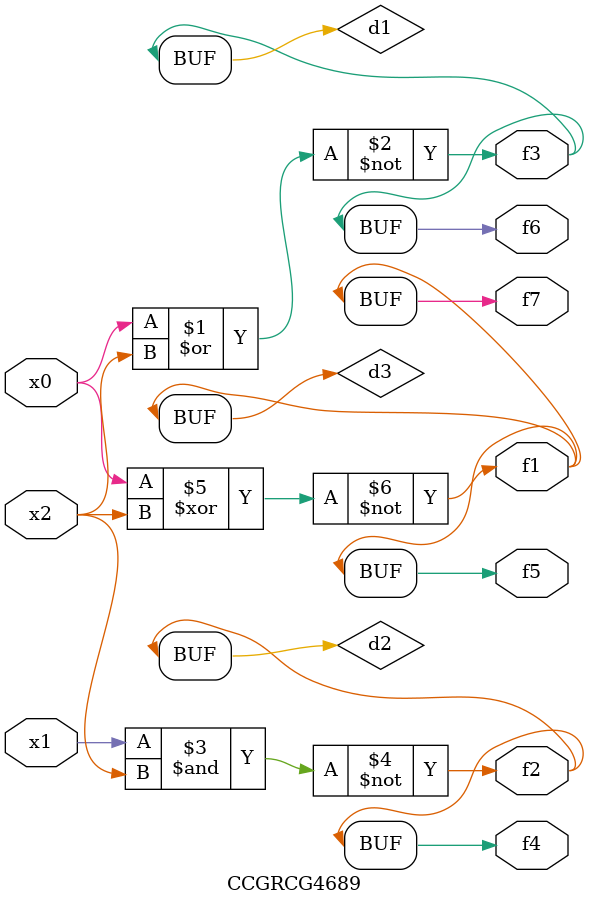
<source format=v>
module CCGRCG4689(
	input x0, x1, x2,
	output f1, f2, f3, f4, f5, f6, f7
);

	wire d1, d2, d3;

	nor (d1, x0, x2);
	nand (d2, x1, x2);
	xnor (d3, x0, x2);
	assign f1 = d3;
	assign f2 = d2;
	assign f3 = d1;
	assign f4 = d2;
	assign f5 = d3;
	assign f6 = d1;
	assign f7 = d3;
endmodule

</source>
